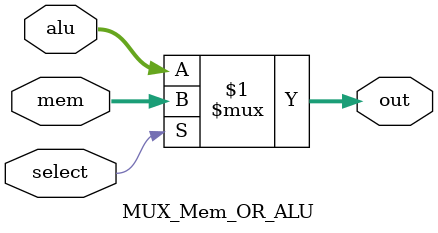
<source format=v>
`timescale 1ns / 1ps


module MUX_Mem_OR_ALU(
	output [63:0] out,
	input[63:0] mem, alu,
	input select
);

	assign out = select ? mem : alu;

endmodule

</source>
